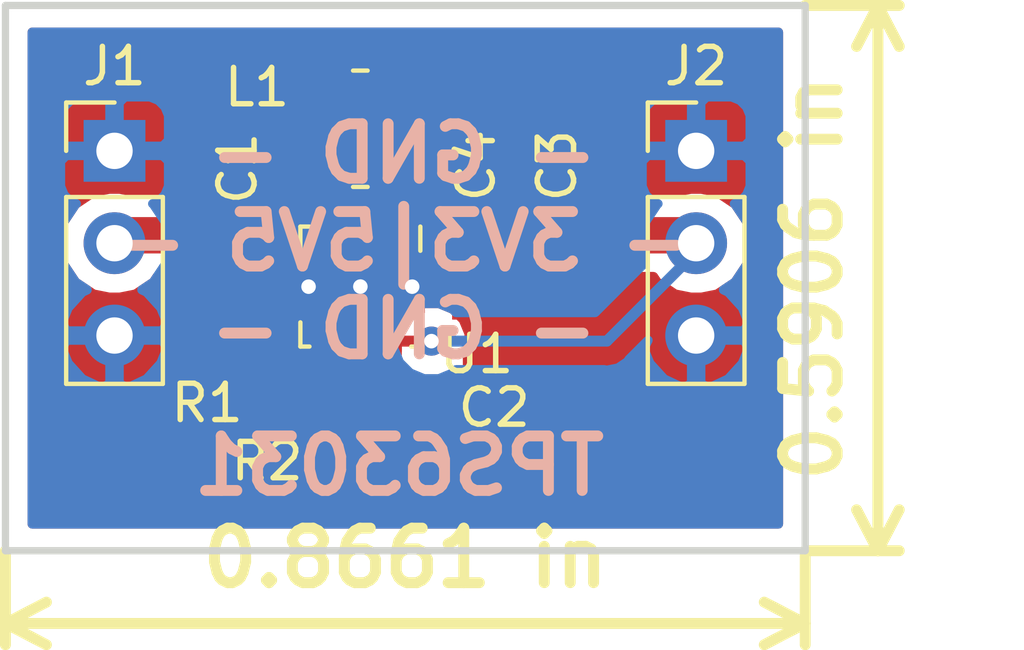
<source format=kicad_pcb>
(kicad_pcb (version 20171130) (host pcbnew "(5.0.2)-1")

  (general
    (thickness 1.6)
    (drawings 8)
    (tracks 61)
    (zones 0)
    (modules 10)
    (nets 8)
  )

  (page A4)
  (layers
    (0 F.Cu signal)
    (31 B.Cu signal)
    (32 B.Adhes user)
    (33 F.Adhes user)
    (34 B.Paste user)
    (35 F.Paste user)
    (36 B.SilkS user)
    (37 F.SilkS user)
    (38 B.Mask user)
    (39 F.Mask user)
    (40 Dwgs.User user)
    (41 Cmts.User user)
    (42 Eco1.User user)
    (43 Eco2.User user)
    (44 Edge.Cuts user)
    (45 Margin user)
    (46 B.CrtYd user hide)
    (47 F.CrtYd user)
    (48 B.Fab user)
    (49 F.Fab user hide)
  )

  (setup
    (last_trace_width 0.3)
    (user_trace_width 1)
    (trace_clearance 0.2)
    (zone_clearance 0.1)
    (zone_45_only no)
    (trace_min 0.2)
    (segment_width 0.2)
    (edge_width 0.15)
    (via_size 0.8)
    (via_drill 0.4)
    (via_min_size 0.4)
    (via_min_drill 0.3)
    (uvia_size 0.3)
    (uvia_drill 0.1)
    (uvias_allowed no)
    (uvia_min_size 0.2)
    (uvia_min_drill 0.1)
    (pcb_text_width 0.3)
    (pcb_text_size 1.5 1.5)
    (mod_edge_width 0.15)
    (mod_text_size 1 1)
    (mod_text_width 0.15)
    (pad_size 1.524 1.524)
    (pad_drill 0.762)
    (pad_to_mask_clearance 0.051)
    (solder_mask_min_width 0.25)
    (aux_axis_origin 0 0)
    (visible_elements FFFFFF7F)
    (pcbplotparams
      (layerselection 0x010fc_ffffffff)
      (usegerberextensions false)
      (usegerberattributes false)
      (usegerberadvancedattributes false)
      (creategerberjobfile false)
      (excludeedgelayer true)
      (linewidth 0.100000)
      (plotframeref false)
      (viasonmask false)
      (mode 1)
      (useauxorigin false)
      (hpglpennumber 1)
      (hpglpenspeed 20)
      (hpglpendiameter 15.000000)
      (psnegative false)
      (psa4output false)
      (plotreference true)
      (plotvalue true)
      (plotinvisibletext false)
      (padsonsilk false)
      (subtractmaskfromsilk false)
      (outputformat 1)
      (mirror false)
      (drillshape 1)
      (scaleselection 1)
      (outputdirectory ""))
  )

  (net 0 "")
  (net 1 VCC)
  (net 2 GND)
  (net 3 +3V3)
  (net 4 "Net-(L1-Pad1)")
  (net 5 "Net-(L1-Pad2)")
  (net 6 /PSSYNC)
  (net 7 /VINA)

  (net_class Default "This is the default net class."
    (clearance 0.2)
    (trace_width 0.3)
    (via_dia 0.8)
    (via_drill 0.4)
    (uvia_dia 0.3)
    (uvia_drill 0.1)
    (add_net +3V3)
    (add_net /PSSYNC)
    (add_net /VINA)
    (add_net GND)
    (add_net "Net-(L1-Pad1)")
    (add_net "Net-(L1-Pad2)")
    (add_net VCC)
  )

  (module Capacitor_SMD:C_0805_2012Metric (layer F.Cu) (tedit 5AC5DB74) (tstamp 5C9C5C78)
    (at 151.384 92.202 270)
    (descr "Capacitor SMD 0805 (2012 Metric), square (rectangular) end terminal, IPC_7351 nominal, (Body size source: http://www.tortai-tech.com/upload/download/2011102023233369053.pdf), generated with kicad-footprint-generator")
    (tags capacitor)
    (path /5C902747)
    (attr smd)
    (fp_text reference C1 (at -2.7178 0 270) (layer F.SilkS)
      (effects (font (size 1 1) (thickness 0.15)))
    )
    (fp_text value 10u (at 0 1.65 270) (layer F.Fab)
      (effects (font (size 1 1) (thickness 0.15)))
    )
    (fp_line (start -1 0.6) (end -1 -0.6) (layer F.Fab) (width 0.1))
    (fp_line (start -1 -0.6) (end 1 -0.6) (layer F.Fab) (width 0.1))
    (fp_line (start 1 -0.6) (end 1 0.6) (layer F.Fab) (width 0.1))
    (fp_line (start 1 0.6) (end -1 0.6) (layer F.Fab) (width 0.1))
    (fp_line (start -1.69 0.95) (end -1.69 -0.95) (layer F.CrtYd) (width 0.05))
    (fp_line (start -1.69 -0.95) (end 1.69 -0.95) (layer F.CrtYd) (width 0.05))
    (fp_line (start 1.69 -0.95) (end 1.69 0.95) (layer F.CrtYd) (width 0.05))
    (fp_line (start 1.69 0.95) (end -1.69 0.95) (layer F.CrtYd) (width 0.05))
    (fp_text user %R (at 0 0 270) (layer F.Fab)
      (effects (font (size 0.5 0.5) (thickness 0.08)))
    )
    (pad 1 smd rect (at -0.88 0 270) (size 1.12 1.4) (layers F.Cu F.Paste F.Mask)
      (net 1 VCC))
    (pad 2 smd rect (at 0.88 0 270) (size 1.12 1.4) (layers F.Cu F.Paste F.Mask)
      (net 2 GND))
    (model ${KISYS3DMOD}/Capacitor_SMD.3dshapes/C_0805_2012Metric.wrl
      (at (xyz 0 0 0))
      (scale (xyz 1 1 1))
      (rotate (xyz 0 0 0))
    )
  )

  (module Capacitor_SMD:C_0603_1608Metric (layer F.Cu) (tedit 5AC5DB74) (tstamp 5C9C5C87)
    (at 155.956 96.012)
    (descr "Capacitor SMD 0603 (1608 Metric), square (rectangular) end terminal, IPC_7351 nominal, (Body size source: http://www.tortai-tech.com/upload/download/2011102023233369053.pdf), generated with kicad-footprint-generator")
    (tags capacitor)
    (path /5C902683)
    (attr smd)
    (fp_text reference C2 (at 2.4892 0.0508) (layer F.SilkS)
      (effects (font (size 1 1) (thickness 0.15)))
    )
    (fp_text value 100n (at 0 1.45) (layer F.Fab)
      (effects (font (size 1 1) (thickness 0.15)))
    )
    (fp_line (start -0.8 0.4) (end -0.8 -0.4) (layer F.Fab) (width 0.1))
    (fp_line (start -0.8 -0.4) (end 0.8 -0.4) (layer F.Fab) (width 0.1))
    (fp_line (start 0.8 -0.4) (end 0.8 0.4) (layer F.Fab) (width 0.1))
    (fp_line (start 0.8 0.4) (end -0.8 0.4) (layer F.Fab) (width 0.1))
    (fp_line (start -1.46 0.75) (end -1.46 -0.75) (layer F.CrtYd) (width 0.05))
    (fp_line (start -1.46 -0.75) (end 1.46 -0.75) (layer F.CrtYd) (width 0.05))
    (fp_line (start 1.46 -0.75) (end 1.46 0.75) (layer F.CrtYd) (width 0.05))
    (fp_line (start 1.46 0.75) (end -1.46 0.75) (layer F.CrtYd) (width 0.05))
    (fp_text user %R (at 0 0) (layer F.Fab)
      (effects (font (size 0.4 0.4) (thickness 0.06)))
    )
    (pad 1 smd rect (at -0.8 0) (size 0.82 1) (layers F.Cu F.Paste F.Mask)
      (net 7 /VINA))
    (pad 2 smd rect (at 0.8 0) (size 0.82 1) (layers F.Cu F.Paste F.Mask)
      (net 2 GND))
    (model ${KISYS3DMOD}/Capacitor_SMD.3dshapes/C_0603_1608Metric.wrl
      (at (xyz 0 0 0))
      (scale (xyz 1 1 1))
      (rotate (xyz 0 0 0))
    )
  )

  (module Capacitor_SMD:C_0805_2012Metric (layer F.Cu) (tedit 5AC5DB74) (tstamp 5C9C5C96)
    (at 160.274 92.202 270)
    (descr "Capacitor SMD 0805 (2012 Metric), square (rectangular) end terminal, IPC_7351 nominal, (Body size source: http://www.tortai-tech.com/upload/download/2011102023233369053.pdf), generated with kicad-footprint-generator")
    (tags capacitor)
    (path /5C9029F9)
    (attr smd)
    (fp_text reference C3 (at -2.794 0.1016 270) (layer F.SilkS)
      (effects (font (size 1 1) (thickness 0.15)))
    )
    (fp_text value 10u (at 0 1.65 270) (layer F.Fab)
      (effects (font (size 1 1) (thickness 0.15)))
    )
    (fp_text user %R (at 0 0 270) (layer F.Fab)
      (effects (font (size 0.5 0.5) (thickness 0.08)))
    )
    (fp_line (start 1.69 0.95) (end -1.69 0.95) (layer F.CrtYd) (width 0.05))
    (fp_line (start 1.69 -0.95) (end 1.69 0.95) (layer F.CrtYd) (width 0.05))
    (fp_line (start -1.69 -0.95) (end 1.69 -0.95) (layer F.CrtYd) (width 0.05))
    (fp_line (start -1.69 0.95) (end -1.69 -0.95) (layer F.CrtYd) (width 0.05))
    (fp_line (start 1 0.6) (end -1 0.6) (layer F.Fab) (width 0.1))
    (fp_line (start 1 -0.6) (end 1 0.6) (layer F.Fab) (width 0.1))
    (fp_line (start -1 -0.6) (end 1 -0.6) (layer F.Fab) (width 0.1))
    (fp_line (start -1 0.6) (end -1 -0.6) (layer F.Fab) (width 0.1))
    (pad 2 smd rect (at 0.88 0 270) (size 1.12 1.4) (layers F.Cu F.Paste F.Mask)
      (net 2 GND))
    (pad 1 smd rect (at -0.88 0 270) (size 1.12 1.4) (layers F.Cu F.Paste F.Mask)
      (net 3 +3V3))
    (model ${KISYS3DMOD}/Capacitor_SMD.3dshapes/C_0805_2012Metric.wrl
      (at (xyz 0 0 0))
      (scale (xyz 1 1 1))
      (rotate (xyz 0 0 0))
    )
  )

  (module Capacitor_SMD:C_0805_2012Metric (layer F.Cu) (tedit 5AC5DB74) (tstamp 5C9C5CA5)
    (at 157.988 92.202 270)
    (descr "Capacitor SMD 0805 (2012 Metric), square (rectangular) end terminal, IPC_7351 nominal, (Body size source: http://www.tortai-tech.com/upload/download/2011102023233369053.pdf), generated with kicad-footprint-generator")
    (tags capacitor)
    (path /5C902A35)
    (attr smd)
    (fp_text reference C4 (at -2.794 0.0508 270) (layer F.SilkS)
      (effects (font (size 1 1) (thickness 0.15)))
    )
    (fp_text value 10u (at 0 1.65 270) (layer F.Fab)
      (effects (font (size 1 1) (thickness 0.15)))
    )
    (fp_line (start -1 0.6) (end -1 -0.6) (layer F.Fab) (width 0.1))
    (fp_line (start -1 -0.6) (end 1 -0.6) (layer F.Fab) (width 0.1))
    (fp_line (start 1 -0.6) (end 1 0.6) (layer F.Fab) (width 0.1))
    (fp_line (start 1 0.6) (end -1 0.6) (layer F.Fab) (width 0.1))
    (fp_line (start -1.69 0.95) (end -1.69 -0.95) (layer F.CrtYd) (width 0.05))
    (fp_line (start -1.69 -0.95) (end 1.69 -0.95) (layer F.CrtYd) (width 0.05))
    (fp_line (start 1.69 -0.95) (end 1.69 0.95) (layer F.CrtYd) (width 0.05))
    (fp_line (start 1.69 0.95) (end -1.69 0.95) (layer F.CrtYd) (width 0.05))
    (fp_text user %R (at 0 0 270) (layer F.Fab)
      (effects (font (size 0.5 0.5) (thickness 0.08)))
    )
    (pad 1 smd rect (at -0.88 0 270) (size 1.12 1.4) (layers F.Cu F.Paste F.Mask)
      (net 3 +3V3))
    (pad 2 smd rect (at 0.88 0 270) (size 1.12 1.4) (layers F.Cu F.Paste F.Mask)
      (net 2 GND))
    (model ${KISYS3DMOD}/Capacitor_SMD.3dshapes/C_0805_2012Metric.wrl
      (at (xyz 0 0 0))
      (scale (xyz 1 1 1))
      (rotate (xyz 0 0 0))
    )
  )

  (module Connector_PinHeader_2.54mm:PinHeader_1x03_P2.54mm_Vertical (layer F.Cu) (tedit 59FED5CC) (tstamp 5C9C5CBC)
    (at 148 89)
    (descr "Through hole straight pin header, 1x03, 2.54mm pitch, single row")
    (tags "Through hole pin header THT 1x03 2.54mm single row")
    (path /5C907ED1)
    (fp_text reference J1 (at 0 -2.33) (layer F.SilkS)
      (effects (font (size 1 1) (thickness 0.15)))
    )
    (fp_text value Conn_01x03 (at 0 7.41) (layer F.Fab)
      (effects (font (size 1 1) (thickness 0.15)))
    )
    (fp_line (start -0.635 -1.27) (end 1.27 -1.27) (layer F.Fab) (width 0.1))
    (fp_line (start 1.27 -1.27) (end 1.27 6.35) (layer F.Fab) (width 0.1))
    (fp_line (start 1.27 6.35) (end -1.27 6.35) (layer F.Fab) (width 0.1))
    (fp_line (start -1.27 6.35) (end -1.27 -0.635) (layer F.Fab) (width 0.1))
    (fp_line (start -1.27 -0.635) (end -0.635 -1.27) (layer F.Fab) (width 0.1))
    (fp_line (start -1.33 6.41) (end 1.33 6.41) (layer F.SilkS) (width 0.12))
    (fp_line (start -1.33 1.27) (end -1.33 6.41) (layer F.SilkS) (width 0.12))
    (fp_line (start 1.33 1.27) (end 1.33 6.41) (layer F.SilkS) (width 0.12))
    (fp_line (start -1.33 1.27) (end 1.33 1.27) (layer F.SilkS) (width 0.12))
    (fp_line (start -1.33 0) (end -1.33 -1.33) (layer F.SilkS) (width 0.12))
    (fp_line (start -1.33 -1.33) (end 0 -1.33) (layer F.SilkS) (width 0.12))
    (fp_line (start -1.8 -1.8) (end -1.8 6.85) (layer F.CrtYd) (width 0.05))
    (fp_line (start -1.8 6.85) (end 1.8 6.85) (layer F.CrtYd) (width 0.05))
    (fp_line (start 1.8 6.85) (end 1.8 -1.8) (layer F.CrtYd) (width 0.05))
    (fp_line (start 1.8 -1.8) (end -1.8 -1.8) (layer F.CrtYd) (width 0.05))
    (fp_text user %R (at 0 2.54 90) (layer F.Fab)
      (effects (font (size 1 1) (thickness 0.15)))
    )
    (pad 1 thru_hole rect (at 0 0) (size 1.7 1.7) (drill 1) (layers *.Cu *.Mask)
      (net 2 GND))
    (pad 2 thru_hole oval (at 0 2.54) (size 1.7 1.7) (drill 1) (layers *.Cu *.Mask)
      (net 1 VCC))
    (pad 3 thru_hole oval (at 0 5.08) (size 1.7 1.7) (drill 1) (layers *.Cu *.Mask)
      (net 2 GND))
    (model ${KISYS3DMOD}/Connector_PinHeader_2.54mm.3dshapes/PinHeader_1x03_P2.54mm_Vertical.wrl
      (at (xyz 0 0 0))
      (scale (xyz 1 1 1))
      (rotate (xyz 0 0 0))
    )
  )

  (module Connector_PinHeader_2.54mm:PinHeader_1x03_P2.54mm_Vertical (layer F.Cu) (tedit 59FED5CC) (tstamp 5C9C6439)
    (at 164 89)
    (descr "Through hole straight pin header, 1x03, 2.54mm pitch, single row")
    (tags "Through hole pin header THT 1x03 2.54mm single row")
    (path /5C909BAD)
    (fp_text reference J2 (at 0 -2.33) (layer F.SilkS)
      (effects (font (size 1 1) (thickness 0.15)))
    )
    (fp_text value Conn_01x03 (at 0 7.41) (layer F.Fab)
      (effects (font (size 1 1) (thickness 0.15)))
    )
    (fp_text user %R (at 0 2.54 90) (layer F.Fab)
      (effects (font (size 1 1) (thickness 0.15)))
    )
    (fp_line (start 1.8 -1.8) (end -1.8 -1.8) (layer F.CrtYd) (width 0.05))
    (fp_line (start 1.8 6.85) (end 1.8 -1.8) (layer F.CrtYd) (width 0.05))
    (fp_line (start -1.8 6.85) (end 1.8 6.85) (layer F.CrtYd) (width 0.05))
    (fp_line (start -1.8 -1.8) (end -1.8 6.85) (layer F.CrtYd) (width 0.05))
    (fp_line (start -1.33 -1.33) (end 0 -1.33) (layer F.SilkS) (width 0.12))
    (fp_line (start -1.33 0) (end -1.33 -1.33) (layer F.SilkS) (width 0.12))
    (fp_line (start -1.33 1.27) (end 1.33 1.27) (layer F.SilkS) (width 0.12))
    (fp_line (start 1.33 1.27) (end 1.33 6.41) (layer F.SilkS) (width 0.12))
    (fp_line (start -1.33 1.27) (end -1.33 6.41) (layer F.SilkS) (width 0.12))
    (fp_line (start -1.33 6.41) (end 1.33 6.41) (layer F.SilkS) (width 0.12))
    (fp_line (start -1.27 -0.635) (end -0.635 -1.27) (layer F.Fab) (width 0.1))
    (fp_line (start -1.27 6.35) (end -1.27 -0.635) (layer F.Fab) (width 0.1))
    (fp_line (start 1.27 6.35) (end -1.27 6.35) (layer F.Fab) (width 0.1))
    (fp_line (start 1.27 -1.27) (end 1.27 6.35) (layer F.Fab) (width 0.1))
    (fp_line (start -0.635 -1.27) (end 1.27 -1.27) (layer F.Fab) (width 0.1))
    (pad 3 thru_hole oval (at 0 5.08) (size 1.7 1.7) (drill 1) (layers *.Cu *.Mask)
      (net 2 GND))
    (pad 2 thru_hole oval (at 0 2.54) (size 1.7 1.7) (drill 1) (layers *.Cu *.Mask)
      (net 3 +3V3))
    (pad 1 thru_hole rect (at 0 0) (size 1.7 1.7) (drill 1) (layers *.Cu *.Mask)
      (net 2 GND))
    (model ${KISYS3DMOD}/Connector_PinHeader_2.54mm.3dshapes/PinHeader_1x03_P2.54mm_Vertical.wrl
      (at (xyz 0 0 0))
      (scale (xyz 1 1 1))
      (rotate (xyz 0 0 0))
    )
  )

  (module Inductor_SMD:L_Wuerth_MAPI-3012 (layer F.Cu) (tedit 5990349D) (tstamp 5C9C5CE4)
    (at 154.7622 88.392)
    (descr "Inductor, Wuerth Elektronik, Wuerth_MAPI-3012, 3.0mmx3.0mm")
    (tags "inductor Wuerth smd")
    (path /5C902607)
    (attr smd)
    (fp_text reference L1 (at -2.8448 -1.143) (layer F.SilkS)
      (effects (font (size 1 1) (thickness 0.15)))
    )
    (fp_text value L (at 0 3.2) (layer F.Fab)
      (effects (font (size 1 1) (thickness 0.15)))
    )
    (fp_text user %R (at 0 0) (layer F.Fab)
      (effects (font (size 0.7 0.7) (thickness 0.105)))
    )
    (fp_line (start -1.5 -1.5) (end -1.5 1.5) (layer F.Fab) (width 0.1))
    (fp_line (start -1.5 1.5) (end 1.5 1.5) (layer F.Fab) (width 0.1))
    (fp_line (start 1.5 1.5) (end 1.5 -1.5) (layer F.Fab) (width 0.1))
    (fp_line (start 1.5 -1.5) (end -1.5 -1.5) (layer F.Fab) (width 0.1))
    (fp_line (start -2 -2) (end -2 2) (layer F.CrtYd) (width 0.05))
    (fp_line (start -2 2) (end 2 2) (layer F.CrtYd) (width 0.05))
    (fp_line (start 2 2) (end 2 -2) (layer F.CrtYd) (width 0.05))
    (fp_line (start 2 -2) (end -2 -2) (layer F.CrtYd) (width 0.05))
    (fp_line (start -0.2 -1.6) (end 0.2 -1.6) (layer F.SilkS) (width 0.12))
    (fp_line (start -0.2 1.6) (end 0.2 1.6) (layer F.SilkS) (width 0.12))
    (pad 1 smd rect (at -1.05 0) (size 1.3 3.4) (layers F.Cu F.Paste F.Mask)
      (net 4 "Net-(L1-Pad1)"))
    (pad 2 smd rect (at 1.05 0) (size 1.3 3.4) (layers F.Cu F.Paste F.Mask)
      (net 5 "Net-(L1-Pad2)"))
    (model ${KISYS3DMOD}/Inductor_SMD.3dshapes/L_Wuerth_MAPI-3012.wrl
      (at (xyz 0 0 0))
      (scale (xyz 1 1 1))
      (rotate (xyz 0 0 0))
    )
  )

  (module Resistor_SMD:R_0603_1608Metric (layer F.Cu) (tedit 5AC5DB74) (tstamp 5C9C5CF3)
    (at 152.908 96.012)
    (descr "Resistor SMD 0603 (1608 Metric), square (rectangular) end terminal, IPC_7351 nominal, (Body size source: http://www.tortai-tech.com/upload/download/2011102023233369053.pdf), generated with kicad-footprint-generator")
    (tags resistor)
    (path /5C9040EA)
    (attr smd)
    (fp_text reference R1 (at -2.3622 -0.0762) (layer F.SilkS)
      (effects (font (size 1 1) (thickness 0.15)))
    )
    (fp_text value DNP (at 0 1.45) (layer F.Fab)
      (effects (font (size 1 1) (thickness 0.15)))
    )
    (fp_line (start -0.8 0.4) (end -0.8 -0.4) (layer F.Fab) (width 0.1))
    (fp_line (start -0.8 -0.4) (end 0.8 -0.4) (layer F.Fab) (width 0.1))
    (fp_line (start 0.8 -0.4) (end 0.8 0.4) (layer F.Fab) (width 0.1))
    (fp_line (start 0.8 0.4) (end -0.8 0.4) (layer F.Fab) (width 0.1))
    (fp_line (start -1.46 0.75) (end -1.46 -0.75) (layer F.CrtYd) (width 0.05))
    (fp_line (start -1.46 -0.75) (end 1.46 -0.75) (layer F.CrtYd) (width 0.05))
    (fp_line (start 1.46 -0.75) (end 1.46 0.75) (layer F.CrtYd) (width 0.05))
    (fp_line (start 1.46 0.75) (end -1.46 0.75) (layer F.CrtYd) (width 0.05))
    (fp_text user %R (at 0 0) (layer F.Fab)
      (effects (font (size 0.4 0.4) (thickness 0.06)))
    )
    (pad 1 smd rect (at -0.8 0) (size 0.82 1) (layers F.Cu F.Paste F.Mask)
      (net 7 /VINA))
    (pad 2 smd rect (at 0.8 0) (size 0.82 1) (layers F.Cu F.Paste F.Mask)
      (net 6 /PSSYNC))
    (model ${KISYS3DMOD}/Resistor_SMD.3dshapes/R_0603_1608Metric.wrl
      (at (xyz 0 0 0))
      (scale (xyz 1 1 1))
      (rotate (xyz 0 0 0))
    )
  )

  (module Resistor_SMD:R_0603_1608Metric (layer F.Cu) (tedit 5AC5DB74) (tstamp 5C9C5D02)
    (at 154.686 97.536)
    (descr "Resistor SMD 0603 (1608 Metric), square (rectangular) end terminal, IPC_7351 nominal, (Body size source: http://www.tortai-tech.com/upload/download/2011102023233369053.pdf), generated with kicad-footprint-generator")
    (tags resistor)
    (path /5C904A0F)
    (attr smd)
    (fp_text reference R2 (at -2.4892 0) (layer F.SilkS)
      (effects (font (size 1 1) (thickness 0.15)))
    )
    (fp_text value 0R (at 0 1.45) (layer F.Fab)
      (effects (font (size 1 1) (thickness 0.15)))
    )
    (fp_text user %R (at 0 0) (layer F.Fab)
      (effects (font (size 0.4 0.4) (thickness 0.06)))
    )
    (fp_line (start 1.46 0.75) (end -1.46 0.75) (layer F.CrtYd) (width 0.05))
    (fp_line (start 1.46 -0.75) (end 1.46 0.75) (layer F.CrtYd) (width 0.05))
    (fp_line (start -1.46 -0.75) (end 1.46 -0.75) (layer F.CrtYd) (width 0.05))
    (fp_line (start -1.46 0.75) (end -1.46 -0.75) (layer F.CrtYd) (width 0.05))
    (fp_line (start 0.8 0.4) (end -0.8 0.4) (layer F.Fab) (width 0.1))
    (fp_line (start 0.8 -0.4) (end 0.8 0.4) (layer F.Fab) (width 0.1))
    (fp_line (start -0.8 -0.4) (end 0.8 -0.4) (layer F.Fab) (width 0.1))
    (fp_line (start -0.8 0.4) (end -0.8 -0.4) (layer F.Fab) (width 0.1))
    (pad 2 smd rect (at 0.8 0) (size 0.82 1) (layers F.Cu F.Paste F.Mask)
      (net 2 GND))
    (pad 1 smd rect (at -0.8 0) (size 0.82 1) (layers F.Cu F.Paste F.Mask)
      (net 6 /PSSYNC))
    (model ${KISYS3DMOD}/Resistor_SMD.3dshapes/R_0603_1608Metric.wrl
      (at (xyz 0 0 0))
      (scale (xyz 1 1 1))
      (rotate (xyz 0 0 0))
    )
  )

  (module Package_SON:Texas_S-PWSON-N10 (layer F.Cu) (tedit 5A8DFD69) (tstamp 5C9C5D40)
    (at 154.763001 92.733001 270)
    (descr "3x3mm Body, 0.5mm Pitch, S-PWSON-N10, DSC, http://www.ti.com/lit/ds/symlink/tps63060.pdf")
    (tags "0.5 S-PWSON-N10 DSC")
    (path /5C902568)
    (attr smd)
    (fp_text reference U1 (at 1.856599 -3.199599) (layer F.SilkS)
      (effects (font (size 1 1) (thickness 0.15)))
    )
    (fp_text value TPS63031 (at 0 2.8 270) (layer F.Fab)
      (effects (font (size 1 1) (thickness 0.15)))
    )
    (fp_line (start -0.7875 -1.575) (end -1.575 -0.7875) (layer F.Fab) (width 0.1))
    (fp_line (start -1.575 1.575) (end -1.575 -0.7875) (layer F.Fab) (width 0.1))
    (fp_line (start 1.575 1.575) (end -1.575 1.575) (layer F.Fab) (width 0.1))
    (fp_line (start 1.575 -1.575) (end 1.575 1.575) (layer F.Fab) (width 0.1))
    (fp_line (start -0.7875 -1.575) (end 1.575 -1.575) (layer F.Fab) (width 0.1))
    (fp_line (start -2.15 -2.03) (end -2.15 2.03) (layer F.CrtYd) (width 0.05))
    (fp_line (start 2.15 -2.03) (end 2.15 2.03) (layer F.CrtYd) (width 0.05))
    (fp_line (start -2.15 -2.03) (end 2.15 -2.03) (layer F.CrtYd) (width 0.05))
    (fp_line (start -2.15 2.03) (end 2.15 2.03) (layer F.CrtYd) (width 0.05))
    (fp_line (start 0.985 1.65) (end 1.65 1.65) (layer F.SilkS) (width 0.12))
    (fp_line (start -1.65 -1.65) (end -0.985 -1.65) (layer F.SilkS) (width 0.12))
    (fp_line (start 0.985 -1.65) (end 1.65 -1.65) (layer F.SilkS) (width 0.12))
    (fp_line (start -1.65 1.65) (end -0.985 1.65) (layer F.SilkS) (width 0.12))
    (fp_line (start 1.65 -1.4) (end 1.65 -1.65) (layer F.SilkS) (width 0.12))
    (fp_line (start 1.65 1.4) (end 1.65 1.65) (layer F.SilkS) (width 0.12))
    (fp_line (start -1.65 1.65) (end -1.65 1.4) (layer F.SilkS) (width 0.12))
    (fp_text user %R (at 0 0 270) (layer F.Fab)
      (effects (font (size 0.6 0.6) (thickness 0.09)))
    )
    (pad 11 smd rect (at -0.6 1.425 270) (size 0.25 0.7) (layers F.Cu F.Mask)
      (net 2 GND) (solder_paste_margin -0.05))
    (pad 11 smd rect (at 0.6 1.425 270) (size 0.25 0.7) (layers F.Cu F.Mask)
      (net 2 GND) (solder_paste_margin -0.05))
    (pad 11 smd rect (at -0.6 -1.425 270) (size 0.25 0.7) (layers F.Cu F.Mask)
      (net 2 GND) (solder_paste_margin -0.05))
    (pad 11 smd rect (at 0.6 -1.425 270) (size 0.25 0.7) (layers F.Cu F.Mask)
      (net 2 GND) (solder_paste_margin -0.05))
    (pad 1 smd oval (at -1.475 -1 270) (size 0.85 0.28) (layers F.Cu F.Paste F.Mask)
      (net 3 +3V3) (solder_mask_margin 0.07) (solder_paste_margin -0.025))
    (pad 2 smd oval (at -1.475 -0.5 270) (size 0.85 0.28) (layers F.Cu F.Paste F.Mask)
      (net 5 "Net-(L1-Pad2)") (solder_mask_margin 0.07) (solder_paste_margin -0.025))
    (pad 3 smd rect (at -1.76 0 270) (size 0.28 0.28) (layers F.Cu F.Paste F.Mask)
      (net 2 GND) (solder_mask_margin 0.07) (solder_paste_margin -0.025))
    (pad 4 smd oval (at -1.475 0.5 270) (size 0.85 0.28) (layers F.Cu F.Paste F.Mask)
      (net 4 "Net-(L1-Pad1)") (solder_mask_margin 0.07) (solder_paste_margin -0.025))
    (pad 5 smd rect (at -1.76 1 270) (size 0.28 0.28) (layers F.Cu F.Paste F.Mask)
      (net 1 VCC) (solder_mask_margin 0.07) (solder_paste_margin -0.025))
    (pad 6 smd oval (at 1.475 1 270) (size 0.85 0.28) (layers F.Cu F.Paste F.Mask)
      (net 7 /VINA) (solder_mask_margin 0.07) (solder_paste_margin -0.025))
    (pad 7 smd oval (at 1.475 0.5 270) (size 0.85 0.28) (layers F.Cu F.Paste F.Mask)
      (net 6 /PSSYNC) (solder_mask_margin 0.07) (solder_paste_margin -0.025))
    (pad 8 smd rect (at 1.76 0 270) (size 0.28 0.28) (layers F.Cu F.Paste F.Mask)
      (net 7 /VINA) (solder_mask_margin 0.07) (solder_paste_margin -0.025))
    (pad 9 smd rect (at 1.76 -0.5 270) (size 0.28 0.28) (layers F.Cu F.Paste F.Mask)
      (net 2 GND) (solder_mask_margin 0.07) (solder_paste_margin -0.025))
    (pad 10 smd rect (at 1.76 -1 270) (size 0.28 0.28) (layers F.Cu F.Paste F.Mask)
      (net 3 +3V3) (solder_mask_margin 0.07) (solder_paste_margin -0.025))
    (pad 11 smd rect (at -0.2 -1.425 270) (size 0.25 0.7) (layers F.Cu F.Mask)
      (net 2 GND) (solder_paste_margin -0.05))
    (pad 11 smd rect (at 0.2 -1.425 270) (size 0.25 0.7) (layers F.Cu F.Mask)
      (net 2 GND) (solder_paste_margin -0.05))
    (pad 11 smd rect (at -0.2 1.425 270) (size 0.25 0.7) (layers F.Cu F.Mask)
      (net 2 GND) (solder_paste_margin -0.05))
    (pad 11 smd rect (at 0.2 1.425 270) (size 0.25 0.7) (layers F.Cu F.Mask)
      (net 2 GND) (solder_paste_margin -0.05))
    (pad 11 smd rect (at 0 0 270) (size 1.7 2.15) (layers F.Cu F.Mask)
      (net 2 GND))
    (pad 1 smd rect (at -1.76 -1 270) (size 0.28 0.28) (layers F.Cu F.Paste F.Mask)
      (net 3 +3V3) (solder_mask_margin 0.07) (solder_paste_margin -0.025))
    (pad 2 smd rect (at -1.76 -0.5 270) (size 0.28 0.28) (layers F.Cu F.Paste F.Mask)
      (net 5 "Net-(L1-Pad2)") (solder_mask_margin 0.07) (solder_paste_margin -0.025))
    (pad 3 smd oval (at -1.475 0 270) (size 0.85 0.28) (layers F.Cu F.Paste F.Mask)
      (net 2 GND) (solder_mask_margin 0.07) (solder_paste_margin -0.025))
    (pad 4 smd rect (at -1.76 0.5 270) (size 0.28 0.28) (layers F.Cu F.Paste F.Mask)
      (net 4 "Net-(L1-Pad1)") (solder_mask_margin 0.07) (solder_paste_margin -0.025))
    (pad 5 smd oval (at -1.475 1 270) (size 0.85 0.28) (layers F.Cu F.Paste F.Mask)
      (net 1 VCC) (solder_mask_margin 0.07) (solder_paste_margin -0.025))
    (pad 6 smd rect (at 1.76 1 270) (size 0.28 0.28) (layers F.Cu F.Paste F.Mask)
      (net 7 /VINA) (solder_mask_margin 0.07) (solder_paste_margin -0.025))
    (pad 7 smd rect (at 1.76 0.5 270) (size 0.28 0.28) (layers F.Cu F.Paste F.Mask)
      (net 6 /PSSYNC) (solder_mask_margin 0.07) (solder_paste_margin -0.025))
    (pad 8 smd oval (at 1.475 0 270) (size 0.85 0.28) (layers F.Cu F.Paste F.Mask)
      (net 7 /VINA) (solder_mask_margin 0.07) (solder_paste_margin -0.025))
    (pad 9 smd oval (at 1.475 -0.5 270) (size 0.85 0.28) (layers F.Cu F.Paste F.Mask)
      (net 2 GND) (solder_mask_margin 0.07) (solder_paste_margin -0.025))
    (pad 10 smd oval (at 1.475 -1 270) (size 0.85 0.28) (layers F.Cu F.Paste F.Mask)
      (net 3 +3V3) (solder_mask_margin 0.07) (solder_paste_margin -0.025))
    (pad 11 smd rect (at -0.435 -0.56 270) (size 0.65 0.9) (layers F.Cu F.Paste F.Mask)
      (net 2 GND))
    (pad 11 smd rect (at 0.435 0.56 270) (size 0.65 0.9) (layers F.Cu F.Paste F.Mask)
      (net 2 GND))
    (pad 11 smd rect (at -0.435 0.56 270) (size 0.65 0.9) (layers F.Cu F.Paste F.Mask)
      (net 2 GND))
    (pad 11 smd rect (at 0.435 -0.56 270) (size 0.65 0.9) (layers F.Cu F.Paste F.Mask)
      (net 2 GND))
    (pad 11 smd rect (at -0.6 -1.425 270) (size 0.23 0.6) (layers F.Cu F.Paste F.Mask)
      (net 2 GND))
    (pad 11 smd rect (at -0.2 -1.425 270) (size 0.23 0.6) (layers F.Cu F.Paste F.Mask)
      (net 2 GND))
    (pad 11 smd rect (at 0.2 -1.425 270) (size 0.23 0.6) (layers F.Cu F.Paste F.Mask)
      (net 2 GND))
    (pad 11 smd rect (at 0.6 -1.425 270) (size 0.23 0.6) (layers F.Cu F.Paste F.Mask)
      (net 2 GND))
    (pad 11 smd rect (at -0.6 1.425 270) (size 0.23 0.6) (layers F.Cu F.Paste F.Mask)
      (net 2 GND))
    (pad 11 smd rect (at -0.2 1.425 270) (size 0.23 0.6) (layers F.Cu F.Paste F.Mask)
      (net 2 GND))
    (pad 11 smd rect (at 0.2 1.425 270) (size 0.23 0.6) (layers F.Cu F.Paste F.Mask)
      (net 2 GND))
    (pad 11 smd rect (at 0.6 1.425 270) (size 0.23 0.6) (layers F.Cu F.Paste F.Mask)
      (net 2 GND))
    (model ${KISYS3DMOD}/Package_SON.3dshapes/Texas_S-PWSON-N10.wrl
      (at (xyz 0 0 0))
      (scale (xyz 1 1 1))
      (rotate (xyz 0 0 0))
    )
  )

  (dimension 15 (width 0.3) (layer F.SilkS)
    (gr_text "15.000 mm" (at 171.1 92.5 270) (layer F.SilkS)
      (effects (font (size 1.5 1.5) (thickness 0.3)))
    )
    (feature1 (pts (xy 167 100) (xy 169.586421 100)))
    (feature2 (pts (xy 167 85) (xy 169.586421 85)))
    (crossbar (pts (xy 169 85) (xy 169 100)))
    (arrow1a (pts (xy 169 100) (xy 168.413579 98.873496)))
    (arrow1b (pts (xy 169 100) (xy 169.586421 98.873496)))
    (arrow2a (pts (xy 169 85) (xy 168.413579 86.126504)))
    (arrow2b (pts (xy 169 85) (xy 169.586421 86.126504)))
  )
  (dimension 22 (width 0.3) (layer F.SilkS)
    (gr_text "22.000 mm" (at 156 104.099999) (layer F.SilkS)
      (effects (font (size 1.5 1.5) (thickness 0.3)))
    )
    (feature1 (pts (xy 167 100) (xy 167 102.58642)))
    (feature2 (pts (xy 145 100) (xy 145 102.58642)))
    (crossbar (pts (xy 145 101.999999) (xy 167 101.999999)))
    (arrow1a (pts (xy 167 101.999999) (xy 165.873496 102.58642)))
    (arrow1b (pts (xy 167 101.999999) (xy 165.873496 101.413578)))
    (arrow2a (pts (xy 145 101.999999) (xy 146.126504 102.58642)))
    (arrow2b (pts (xy 145 101.999999) (xy 146.126504 101.413578)))
  )
  (gr_text "- GND -\n- 3V3|5V5 -\n- GND -" (at 155.956 91.4908) (layer B.SilkS)
    (effects (font (size 1.5 1.5) (thickness 0.3)) (justify mirror))
  )
  (gr_text TPS63031 (at 155.829 97.663) (layer B.SilkS)
    (effects (font (size 1.5 1.5) (thickness 0.3)) (justify mirror))
  )
  (gr_line (start 145 100) (end 145 85) (layer Edge.Cuts) (width 0.2))
  (gr_line (start 167 100) (end 145 100) (layer Edge.Cuts) (width 0.2))
  (gr_line (start 167 85) (end 167 100) (layer Edge.Cuts) (width 0.2))
  (gr_line (start 145 85) (end 167 85) (layer Edge.Cuts) (width 0.2))

  (segment (start 148.218 91.322) (end 148 91.54) (width 1) (layer F.Cu) (net 1))
  (segment (start 151.384 91.322) (end 148.218 91.322) (width 1) (layer F.Cu) (net 1))
  (segment (start 151.447999 91.258001) (end 151.384 91.322) (width 0.3) (layer F.Cu) (net 1))
  (segment (start 153.763001 91.258001) (end 151.447999 91.258001) (width 0.3) (layer F.Cu) (net 1))
  (segment (start 154.763001 91.258001) (end 154.763001 92.733001) (width 0.3) (layer F.Cu) (net 2))
  (segment (start 155.263001 93.233001) (end 154.763001 92.733001) (width 0.3) (layer F.Cu) (net 2))
  (segment (start 155.263001 94.208001) (end 155.263001 93.233001) (width 0.3) (layer F.Cu) (net 2))
  (segment (start 154.414002 93.082) (end 154.763001 92.733001) (width 0.3) (layer F.Cu) (net 2))
  (segment (start 151.384 93.082) (end 154.414002 93.082) (width 0.3) (layer F.Cu) (net 2))
  (segment (start 155.112 93.082) (end 154.763001 92.733001) (width 0.3) (layer F.Cu) (net 2))
  (segment (start 157.988 93.082) (end 155.112 93.082) (width 0.3) (layer F.Cu) (net 2))
  (segment (start 155.486 97.282) (end 156.756 96.012) (width 0.3) (layer F.Cu) (net 2))
  (segment (start 155.486 97.536) (end 155.486 97.282) (width 0.3) (layer F.Cu) (net 2))
  (segment (start 155.491999 95.161999) (end 155.995999 95.161999) (width 0.3) (layer F.Cu) (net 2))
  (segment (start 156.756 95.922) (end 156.756 96.012) (width 0.3) (layer F.Cu) (net 2))
  (segment (start 155.995999 95.161999) (end 156.756 95.922) (width 0.3) (layer F.Cu) (net 2))
  (segment (start 155.263001 94.933001) (end 155.491999 95.161999) (width 0.3) (layer F.Cu) (net 2))
  (segment (start 155.263001 94.208001) (end 155.263001 94.933001) (width 0.3) (layer F.Cu) (net 2))
  (via (at 154.763001 92.733001) (size 0.8) (drill 0.4) (layers F.Cu B.Cu) (net 2))
  (via (at 156.188001 92.7354) (size 0.8) (drill 0.4) (layers F.Cu B.Cu) (net 2))
  (segment (start 156.185602 92.733001) (end 156.188001 92.7354) (width 0.3) (layer F.Cu) (net 2))
  (segment (start 154.763001 92.733001) (end 156.185602 92.733001) (width 0.3) (layer F.Cu) (net 2))
  (segment (start 156.188001 92.133001) (end 156.188001 92.7354) (width 0.3) (layer F.Cu) (net 2))
  (segment (start 156.188001 92.7354) (end 156.188001 93.333001) (width 0.3) (layer F.Cu) (net 2))
  (via (at 153.338001 92.7354) (size 0.8) (drill 0.4) (layers F.Cu B.Cu) (net 2))
  (segment (start 153.3404 92.733001) (end 153.338001 92.7354) (width 0.3) (layer F.Cu) (net 2))
  (segment (start 154.763001 92.733001) (end 153.3404 92.733001) (width 0.3) (layer F.Cu) (net 2))
  (segment (start 153.338001 92.133001) (end 153.338001 92.7354) (width 0.3) (layer F.Cu) (net 2))
  (segment (start 153.338001 92.7354) (end 153.338001 92.933001) (width 0.3) (layer F.Cu) (net 2))
  (segment (start 154.763001 95.619001) (end 154.763001 94.208001) (width 0.3) (layer F.Cu) (net 7))
  (segment (start 155.156 96.012) (end 154.763001 95.619001) (width 0.3) (layer F.Cu) (net 7))
  (segment (start 157.924001 91.258001) (end 157.988 91.322) (width 0.3) (layer F.Cu) (net 3))
  (segment (start 155.763001 91.258001) (end 157.924001 91.258001) (width 0.3) (layer F.Cu) (net 3))
  (segment (start 157.988 91.322) (end 160.274 91.322) (width 1) (layer F.Cu) (net 3))
  (segment (start 163.782 91.322) (end 164 91.54) (width 1) (layer F.Cu) (net 3))
  (segment (start 160.274 91.322) (end 163.782 91.322) (width 1) (layer F.Cu) (net 3))
  (via (at 156.718 94.234) (size 0.8) (drill 0.4) (layers F.Cu B.Cu) (net 3))
  (segment (start 155.789 94.234) (end 155.763001 94.208001) (width 0.3) (layer F.Cu) (net 3))
  (segment (start 156.718 94.234) (end 155.789 94.234) (width 0.3) (layer F.Cu) (net 3))
  (segment (start 161.544 94.234) (end 156.718 94.234) (width 0.3) (layer B.Cu) (net 3))
  (segment (start 164 91.54) (end 164 91.778) (width 0.3) (layer B.Cu) (net 3))
  (segment (start 164 91.778) (end 161.544 94.234) (width 0.3) (layer B.Cu) (net 3))
  (segment (start 153.7122 89.6534) (end 153.7122 88.392) (width 0.3) (layer F.Cu) (net 4))
  (segment (start 154.263001 91.258001) (end 154.263001 90.204201) (width 0.3) (layer F.Cu) (net 4))
  (segment (start 154.263001 90.204201) (end 153.7122 89.6534) (width 0.3) (layer F.Cu) (net 4))
  (segment (start 155.8122 89.6534) (end 155.8122 88.392) (width 0.3) (layer F.Cu) (net 5))
  (segment (start 155.263001 91.258001) (end 155.263001 90.202599) (width 0.3) (layer F.Cu) (net 5))
  (segment (start 155.263001 90.202599) (end 155.8122 89.6534) (width 0.3) (layer F.Cu) (net 5))
  (segment (start 153.886 97.536) (end 153.886 96.19) (width 0.3) (layer F.Cu) (net 6))
  (segment (start 153.886 96.19) (end 153.708 96.012) (width 0.3) (layer F.Cu) (net 6))
  (segment (start 154.263001 95.456999) (end 154.263001 94.208001) (width 0.3) (layer F.Cu) (net 6))
  (segment (start 153.708 96.012) (end 154.263001 95.456999) (width 0.3) (layer F.Cu) (net 6))
  (segment (start 153.763001 94.356999) (end 152.108 96.012) (width 0.3) (layer F.Cu) (net 7))
  (segment (start 153.763001 94.208001) (end 153.763001 94.356999) (width 0.3) (layer F.Cu) (net 7))
  (segment (start 155.156 96.012) (end 154.686 96.482) (width 0.3) (layer F.Cu) (net 7))
  (segment (start 154.686 96.482) (end 154.686 98.298) (width 0.3) (layer F.Cu) (net 7))
  (segment (start 152.108 96.812) (end 152.108 96.012) (width 0.3) (layer F.Cu) (net 7))
  (segment (start 152.108 97.298002) (end 152.108 96.812) (width 0.3) (layer F.Cu) (net 7))
  (segment (start 153.195999 98.386001) (end 152.108 97.298002) (width 0.3) (layer F.Cu) (net 7))
  (segment (start 154.597999 98.386001) (end 153.195999 98.386001) (width 0.3) (layer F.Cu) (net 7))
  (segment (start 154.686 98.298) (end 154.597999 98.386001) (width 0.3) (layer F.Cu) (net 7))

  (zone (net 2) (net_name GND) (layer B.Cu) (tstamp 0) (hatch edge 0.508)
    (connect_pads (clearance 0.508))
    (min_thickness 0.254)
    (fill yes (arc_segments 16) (thermal_gap 0.508) (thermal_bridge_width 0.508))
    (polygon
      (pts
        (xy 145 85) (xy 167 85) (xy 167 100) (xy 145 100)
      )
    )
    (filled_polygon
      (pts
        (xy 166.265001 99.265) (xy 145.735 99.265) (xy 145.735 94.43689) (xy 146.558524 94.43689) (xy 146.728355 94.846924)
        (xy 147.118642 95.275183) (xy 147.643108 95.521486) (xy 147.873 95.400819) (xy 147.873 94.207) (xy 148.127 94.207)
        (xy 148.127 95.400819) (xy 148.356892 95.521486) (xy 148.881358 95.275183) (xy 149.271645 94.846924) (xy 149.441476 94.43689)
        (xy 149.320155 94.207) (xy 148.127 94.207) (xy 147.873 94.207) (xy 146.679845 94.207) (xy 146.558524 94.43689)
        (xy 145.735 94.43689) (xy 145.735 94.028126) (xy 155.683 94.028126) (xy 155.683 94.439874) (xy 155.840569 94.82028)
        (xy 156.13172 95.111431) (xy 156.512126 95.269) (xy 156.923874 95.269) (xy 157.30428 95.111431) (xy 157.396711 95.019)
        (xy 161.466688 95.019) (xy 161.544 95.034378) (xy 161.621312 95.019) (xy 161.621316 95.019) (xy 161.850292 94.973454)
        (xy 162.109953 94.799953) (xy 162.153749 94.734408) (xy 162.678379 94.209778) (xy 162.558524 94.43689) (xy 162.728355 94.846924)
        (xy 163.118642 95.275183) (xy 163.643108 95.521486) (xy 163.873 95.400819) (xy 163.873 94.207) (xy 164.127 94.207)
        (xy 164.127 95.400819) (xy 164.356892 95.521486) (xy 164.881358 95.275183) (xy 165.271645 94.846924) (xy 165.441476 94.43689)
        (xy 165.320155 94.207) (xy 164.127 94.207) (xy 163.873 94.207) (xy 163.853 94.207) (xy 163.853 93.953)
        (xy 163.873 93.953) (xy 163.873 93.933) (xy 164.127 93.933) (xy 164.127 93.953) (xy 165.320155 93.953)
        (xy 165.441476 93.72311) (xy 165.271645 93.313076) (xy 164.881358 92.884817) (xy 164.751522 92.823843) (xy 165.070625 92.610625)
        (xy 165.398839 92.119418) (xy 165.514092 91.54) (xy 165.398839 90.960582) (xy 165.070625 90.469375) (xy 165.048967 90.454904)
        (xy 165.209698 90.388327) (xy 165.388327 90.209699) (xy 165.485 89.97631) (xy 165.485 89.28575) (xy 165.32625 89.127)
        (xy 164.127 89.127) (xy 164.127 89.147) (xy 163.873 89.147) (xy 163.873 89.127) (xy 162.67375 89.127)
        (xy 162.515 89.28575) (xy 162.515 89.97631) (xy 162.611673 90.209699) (xy 162.790302 90.388327) (xy 162.951033 90.454904)
        (xy 162.929375 90.469375) (xy 162.601161 90.960582) (xy 162.485908 91.54) (xy 162.592412 92.075431) (xy 161.218843 93.449)
        (xy 157.396711 93.449) (xy 157.30428 93.356569) (xy 156.923874 93.199) (xy 156.512126 93.199) (xy 156.13172 93.356569)
        (xy 155.840569 93.64772) (xy 155.683 94.028126) (xy 145.735 94.028126) (xy 145.735 91.54) (xy 146.485908 91.54)
        (xy 146.601161 92.119418) (xy 146.929375 92.610625) (xy 147.248478 92.823843) (xy 147.118642 92.884817) (xy 146.728355 93.313076)
        (xy 146.558524 93.72311) (xy 146.679845 93.953) (xy 147.873 93.953) (xy 147.873 93.933) (xy 148.127 93.933)
        (xy 148.127 93.953) (xy 149.320155 93.953) (xy 149.441476 93.72311) (xy 149.271645 93.313076) (xy 148.881358 92.884817)
        (xy 148.751522 92.823843) (xy 149.070625 92.610625) (xy 149.398839 92.119418) (xy 149.514092 91.54) (xy 149.398839 90.960582)
        (xy 149.070625 90.469375) (xy 149.048967 90.454904) (xy 149.209698 90.388327) (xy 149.388327 90.209699) (xy 149.485 89.97631)
        (xy 149.485 89.28575) (xy 149.32625 89.127) (xy 148.127 89.127) (xy 148.127 89.147) (xy 147.873 89.147)
        (xy 147.873 89.127) (xy 146.67375 89.127) (xy 146.515 89.28575) (xy 146.515 89.97631) (xy 146.611673 90.209699)
        (xy 146.790302 90.388327) (xy 146.951033 90.454904) (xy 146.929375 90.469375) (xy 146.601161 90.960582) (xy 146.485908 91.54)
        (xy 145.735 91.54) (xy 145.735 88.02369) (xy 146.515 88.02369) (xy 146.515 88.71425) (xy 146.67375 88.873)
        (xy 147.873 88.873) (xy 147.873 87.67375) (xy 148.127 87.67375) (xy 148.127 88.873) (xy 149.32625 88.873)
        (xy 149.485 88.71425) (xy 149.485 88.02369) (xy 162.515 88.02369) (xy 162.515 88.71425) (xy 162.67375 88.873)
        (xy 163.873 88.873) (xy 163.873 87.67375) (xy 164.127 87.67375) (xy 164.127 88.873) (xy 165.32625 88.873)
        (xy 165.485 88.71425) (xy 165.485 88.02369) (xy 165.388327 87.790301) (xy 165.209698 87.611673) (xy 164.976309 87.515)
        (xy 164.28575 87.515) (xy 164.127 87.67375) (xy 163.873 87.67375) (xy 163.71425 87.515) (xy 163.023691 87.515)
        (xy 162.790302 87.611673) (xy 162.611673 87.790301) (xy 162.515 88.02369) (xy 149.485 88.02369) (xy 149.388327 87.790301)
        (xy 149.209698 87.611673) (xy 148.976309 87.515) (xy 148.28575 87.515) (xy 148.127 87.67375) (xy 147.873 87.67375)
        (xy 147.71425 87.515) (xy 147.023691 87.515) (xy 146.790302 87.611673) (xy 146.611673 87.790301) (xy 146.515 88.02369)
        (xy 145.735 88.02369) (xy 145.735 85.735) (xy 166.265 85.735)
      )
    )
  )
  (zone (net 2) (net_name GND) (layer F.Cu) (tstamp 0) (hatch edge 0.508)
    (connect_pads yes (clearance 0.508))
    (min_thickness 0.254)
    (fill yes (arc_segments 16) (thermal_gap 0.508) (thermal_bridge_width 0.508))
    (polygon
      (pts
        (xy 145 85) (xy 167 85) (xy 167 100) (xy 145 100)
      )
    )
    (filled_polygon
      (pts
        (xy 166.265001 99.265) (xy 145.735 99.265) (xy 145.735 95.512) (xy 151.05056 95.512) (xy 151.05056 96.512)
        (xy 151.099843 96.759765) (xy 151.240191 96.969809) (xy 151.323 97.025141) (xy 151.323 97.22069) (xy 151.307622 97.298002)
        (xy 151.323 97.375314) (xy 151.323 97.375317) (xy 151.368546 97.604293) (xy 151.542047 97.863955) (xy 151.607592 97.907751)
        (xy 152.586252 98.886412) (xy 152.630046 98.951954) (xy 152.695588 98.995748) (xy 152.69559 98.99575) (xy 152.849185 99.098379)
        (xy 152.889707 99.125455) (xy 153.118683 99.171001) (xy 153.118687 99.171001) (xy 153.195999 99.186379) (xy 153.273311 99.171001)
        (xy 154.520687 99.171001) (xy 154.597999 99.186379) (xy 154.675311 99.171001) (xy 154.675315 99.171001) (xy 154.721386 99.161837)
        (xy 157.581582 99.16225) (xy 157.630201 99.152583) (xy 157.671403 99.125053) (xy 157.698933 99.083851) (xy 157.7086 99.03525)
        (xy 157.7086 94.547065) (xy 157.753 94.439874) (xy 157.753 94.028126) (xy 157.595431 93.64772) (xy 157.30428 93.356569)
        (xy 156.923874 93.199) (xy 156.512126 93.199) (xy 156.241923 93.310922) (xy 156.065391 93.192967) (xy 155.763001 93.132818)
        (xy 155.460612 93.192967) (xy 155.263002 93.325006) (xy 155.065391 93.192967) (xy 154.763001 93.132818) (xy 154.513001 93.182546)
        (xy 154.263001 93.132818) (xy 154.013001 93.182546) (xy 153.763001 93.132818) (xy 153.460612 93.192967) (xy 153.204258 93.364257)
        (xy 153.032967 93.620611) (xy 152.988001 93.846671) (xy 152.988001 93.90498) (xy 152.963667 93.941399) (xy 152.954 93.99)
        (xy 152.954 94.055842) (xy 152.145283 94.86456) (xy 151.698 94.86456) (xy 151.450235 94.913843) (xy 151.240191 95.054191)
        (xy 151.099843 95.264235) (xy 151.05056 95.512) (xy 145.735 95.512) (xy 145.735 91.54) (xy 146.485908 91.54)
        (xy 146.601161 92.119418) (xy 146.929375 92.610625) (xy 147.420582 92.938839) (xy 147.853744 93.025) (xy 148.146256 93.025)
        (xy 148.579418 92.938839) (xy 149.070625 92.610625) (xy 149.173274 92.457) (xy 150.401578 92.457) (xy 150.436235 92.480157)
        (xy 150.684 92.52944) (xy 152.084 92.52944) (xy 152.331765 92.480157) (xy 152.379375 92.448344) (xy 153.449461 92.265585)
        (xy 153.460611 92.273035) (xy 153.763001 92.333184) (xy 154.013001 92.283456) (xy 154.263001 92.333184) (xy 154.56539 92.273035)
        (xy 154.763001 92.140996) (xy 154.960611 92.273035) (xy 155.263001 92.333184) (xy 155.513001 92.283456) (xy 155.763001 92.333184)
        (xy 155.895111 92.306906) (xy 156.973687 92.435691) (xy 157.040235 92.480157) (xy 157.288 92.52944) (xy 158.688 92.52944)
        (xy 158.935765 92.480157) (xy 158.970422 92.457) (xy 159.291578 92.457) (xy 159.326235 92.480157) (xy 159.574 92.52944)
        (xy 160.974 92.52944) (xy 161.221765 92.480157) (xy 161.256422 92.457) (xy 162.826726 92.457) (xy 162.929375 92.610625)
        (xy 163.420582 92.938839) (xy 163.853744 93.025) (xy 164.146256 93.025) (xy 164.579418 92.938839) (xy 165.070625 92.610625)
        (xy 165.398839 92.119418) (xy 165.514092 91.54) (xy 165.398839 90.960582) (xy 165.070625 90.469375) (xy 164.579418 90.141161)
        (xy 164.146256 90.055) (xy 163.853744 90.055) (xy 163.420582 90.141161) (xy 163.351979 90.187) (xy 161.256422 90.187)
        (xy 161.221765 90.163843) (xy 160.974 90.11456) (xy 159.574 90.11456) (xy 159.326235 90.163843) (xy 159.291578 90.187)
        (xy 158.970422 90.187) (xy 158.935765 90.163843) (xy 158.688 90.11456) (xy 157.288 90.11456) (xy 157.098233 90.152307)
        (xy 157.101906 90.130881) (xy 157.10964 90.092) (xy 157.10964 90.085767) (xy 157.12035 90.023292) (xy 157.10964 89.927601)
        (xy 157.10964 86.692) (xy 157.060357 86.444235) (xy 156.920009 86.234191) (xy 156.709965 86.093843) (xy 156.4622 86.04456)
        (xy 155.1622 86.04456) (xy 154.914435 86.093843) (xy 154.7622 86.195564) (xy 154.609965 86.093843) (xy 154.3622 86.04456)
        (xy 153.0622 86.04456) (xy 152.814435 86.093843) (xy 152.604391 86.234191) (xy 152.464043 86.444235) (xy 152.41476 86.692)
        (xy 152.41476 90.092) (xy 152.42017 90.1192) (xy 152.107327 90.1192) (xy 152.084 90.11456) (xy 150.684 90.11456)
        (xy 150.436235 90.163843) (xy 150.401578 90.187) (xy 148.648021 90.187) (xy 148.579418 90.141161) (xy 148.146256 90.055)
        (xy 147.853744 90.055) (xy 147.420582 90.141161) (xy 146.929375 90.469375) (xy 146.601161 90.960582) (xy 146.485908 91.54)
        (xy 145.735 91.54) (xy 145.735 85.735) (xy 166.265 85.735)
      )
    )
  )
  (zone (net 0) (net_name "") (layer F.Cu) (tstamp 0) (hatch edge 0.508)
    (connect_pads yes (clearance 0.508))
    (min_thickness 0.254)
    (keepout (tracks allowed) (vias allowed) (copperpour not_allowed))
    (fill (arc_segments 16) (thermal_gap 0.508) (thermal_bridge_width 0.508))
    (polygon
      (pts
        (xy 153.081 93.99) (xy 157.5816 93.969351) (xy 157.5816 99.03525) (xy 153.081 99.0346)
      )
    )
  )
  (zone (net 1) (net_name VCC) (layer F.Cu) (tstamp 0) (hatch edge 0.508)
    (priority 1)
    (connect_pads yes (clearance 0.1))
    (min_thickness 0.254)
    (fill yes (arc_segments 16) (thermal_gap 0.508) (thermal_bridge_width 0.508))
    (polygon
      (pts
        (xy 151.9174 90.7542) (xy 153.8986 90.7542) (xy 153.8986 91.5924) (xy 153.6192 91.5924) (xy 151.9174 91.88305)
      )
    )
    (filled_polygon
      (pts
        (xy 153.7716 91.4654) (xy 153.6192 91.4654) (xy 153.597819 91.467213) (xy 152.0444 91.732521) (xy 152.0444 90.8812)
        (xy 153.7716 90.8812)
      )
    )
  )
  (zone (net 3) (net_name +3V3) (layer F.Cu) (tstamp 5C9C67D1) (hatch edge 0.508)
    (priority 1)
    (connect_pads yes (clearance 0.1))
    (min_thickness 0.254)
    (fill yes (arc_segments 16) (thermal_gap 0.508) (thermal_bridge_width 0.508))
    (polygon
      (pts
        (xy 157.607 90.8304) (xy 155.6258 90.8304) (xy 155.6258 91.6686) (xy 155.9052 91.6686) (xy 157.607 91.8718)
      )
    )
    (filled_polygon
      (pts
        (xy 157.48 91.728734) (xy 155.920257 91.542496) (xy 155.9052 91.5416) (xy 155.7528 91.5416) (xy 155.7528 90.9574)
        (xy 157.48 90.9574)
      )
    )
  )
  (zone (net 5) (net_name "Net-(L1-Pad2)") (layer F.Cu) (tstamp 0) (hatch edge 0.508)
    (priority 1)
    (connect_pads yes (clearance 0.1))
    (min_thickness 0.254)
    (fill yes (arc_segments 16) (thermal_gap 0.508) (thermal_bridge_width 0.508))
    (polygon
      (pts
        (xy 155.1178 90.7796) (xy 155.112721 89.916) (xy 156.49448 89.916) (xy 156.464 90.0938) (xy 155.4226 90.7796)
      )
    )
    (filled_polygon
      (pts
        (xy 155.61423 90.50134) (xy 155.495412 90.524974) (xy 155.387247 90.597247) (xy 155.350262 90.6526) (xy 155.244055 90.6526)
        (xy 155.24047 90.043) (xy 156.310227 90.043)
      )
    )
  )
  (zone (net 4) (net_name "Net-(L1-Pad1)") (layer F.Cu) (tstamp 0) (hatch edge 0.508)
    (priority 1)
    (connect_pads yes (clearance 0.1))
    (min_thickness 0.254)
    (fill yes (arc_segments 16) (thermal_gap 0.508) (thermal_bridge_width 0.508))
    (polygon
      (pts
        (xy 154.4066 90.8558) (xy 154.432 89.916) (xy 153.0604 89.916) (xy 153.0604 90.0938) (xy 154.1272 90.7796)
        (xy 154.1272 90.8558)
      )
    )
    (filled_polygon
      (pts
        (xy 154.282986 90.7288) (xy 154.243064 90.7288) (xy 154.217003 90.689797) (xy 154.195876 90.67277) (xy 154.184204 90.665266)
        (xy 154.138755 90.597247) (xy 154.03059 90.524974) (xy 153.937018 90.506361) (xy 153.216234 90.043) (xy 154.301521 90.043)
      )
    )
  )
)

</source>
